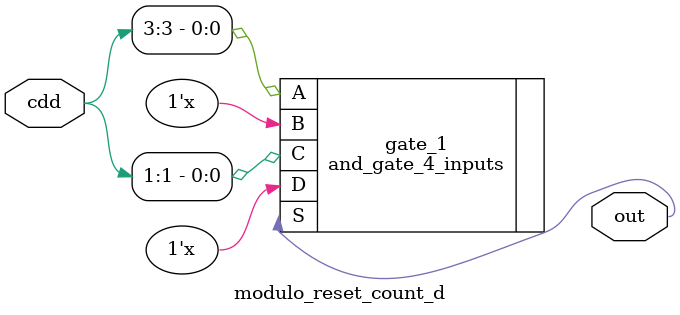
<source format=v>
module modulo_reset_count_d(cdd, out);
	
	input [3:0] cdd;
	output out;
	
	not(Ncdd[1], cdd[1]);
	not(Ncdd[3], cdd[3]);
	
	and_gate_4_inputs gate_1(.A(cdd[3]),.B(Ncdd[2]),.C(cdd[1]),.D(Ncdd[0]),.S(out));
	
endmodule 
</source>
